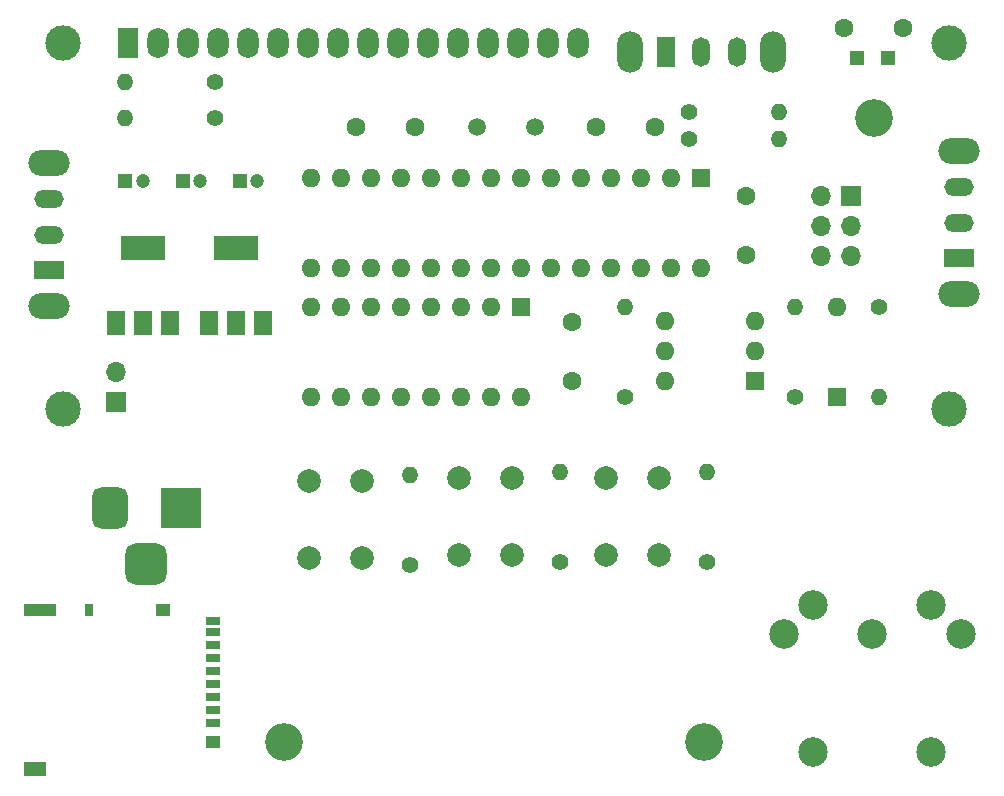
<source format=gbr>
%TF.GenerationSoftware,KiCad,Pcbnew,(6.0.7)*%
%TF.CreationDate,2022-08-13T21:24:58+02:00*%
%TF.ProjectId,SD_interrupter,53445f69-6e74-4657-9272-75707465722e,rev?*%
%TF.SameCoordinates,Original*%
%TF.FileFunction,Soldermask,Top*%
%TF.FilePolarity,Negative*%
%FSLAX46Y46*%
G04 Gerber Fmt 4.6, Leading zero omitted, Abs format (unit mm)*
G04 Created by KiCad (PCBNEW (6.0.7)) date 2022-08-13 21:24:58*
%MOMM*%
%LPD*%
G01*
G04 APERTURE LIST*
G04 Aperture macros list*
%AMRoundRect*
0 Rectangle with rounded corners*
0 $1 Rounding radius*
0 $2 $3 $4 $5 $6 $7 $8 $9 X,Y pos of 4 corners*
0 Add a 4 corners polygon primitive as box body*
4,1,4,$2,$3,$4,$5,$6,$7,$8,$9,$2,$3,0*
0 Add four circle primitives for the rounded corners*
1,1,$1+$1,$2,$3*
1,1,$1+$1,$4,$5*
1,1,$1+$1,$6,$7*
1,1,$1+$1,$8,$9*
0 Add four rect primitives between the rounded corners*
20,1,$1+$1,$2,$3,$4,$5,0*
20,1,$1+$1,$4,$5,$6,$7,0*
20,1,$1+$1,$6,$7,$8,$9,0*
20,1,$1+$1,$8,$9,$2,$3,0*%
G04 Aperture macros list end*
%ADD10C,1.400000*%
%ADD11O,1.400000X1.400000*%
%ADD12R,1.600000X1.600000*%
%ADD13O,1.600000X1.600000*%
%ADD14C,2.500000*%
%ADD15C,2.000000*%
%ADD16C,3.200000*%
%ADD17C,1.600000*%
%ADD18R,1.208000X1.208000*%
%ADD19R,1.500000X2.000000*%
%ADD20R,3.800000X2.000000*%
%ADD21R,1.700000X1.700000*%
%ADD22O,1.700000X1.700000*%
%ADD23R,3.500000X3.500000*%
%ADD24RoundRect,0.750000X-0.750000X-1.000000X0.750000X-1.000000X0.750000X1.000000X-0.750000X1.000000X0*%
%ADD25RoundRect,0.875000X-0.875000X-0.875000X0.875000X-0.875000X0.875000X0.875000X-0.875000X0.875000X0*%
%ADD26O,2.200000X3.500000*%
%ADD27R,1.500000X2.500000*%
%ADD28O,1.500000X2.500000*%
%ADD29C,1.500000*%
%ADD30R,1.200000X1.200000*%
%ADD31C,1.200000*%
%ADD32O,3.500000X2.200000*%
%ADD33R,2.500000X1.500000*%
%ADD34O,2.500000X1.500000*%
%ADD35R,1.200000X0.700000*%
%ADD36R,0.800000X1.000000*%
%ADD37R,1.900000X1.300000*%
%ADD38R,2.800000X1.000000*%
%ADD39R,1.200000X1.000000*%
%ADD40C,3.000000*%
%ADD41R,1.800000X2.600000*%
%ADD42O,1.800000X2.600000*%
G04 APERTURE END LIST*
D10*
%TO.C,R6*%
X95074400Y-50292000D03*
D11*
X95074400Y-57912000D03*
%TD*%
D12*
%TO.C,U2*%
X64755000Y-50302000D03*
D13*
X62215000Y-50302000D03*
X59675000Y-50302000D03*
X57135000Y-50302000D03*
X54595000Y-50302000D03*
X52055000Y-50302000D03*
X49515000Y-50302000D03*
X46975000Y-50302000D03*
X46975000Y-57922000D03*
X49515000Y-57922000D03*
X52055000Y-57922000D03*
X54595000Y-57922000D03*
X57135000Y-57922000D03*
X59675000Y-57922000D03*
X62215000Y-57922000D03*
X64755000Y-57922000D03*
%TD*%
D14*
%TO.C,J3*%
X101988000Y-78026000D03*
X94488000Y-78026000D03*
X86988000Y-78026000D03*
X99488000Y-75526000D03*
X89488000Y-75526000D03*
X89488000Y-88026000D03*
X99488000Y-88026000D03*
%TD*%
D15*
%TO.C,SW3*%
X46772000Y-71576000D03*
X46772000Y-65076000D03*
X51272000Y-65076000D03*
X51272000Y-71576000D03*
%TD*%
D10*
%TO.C,R3*%
X80518000Y-71882000D03*
D11*
X80518000Y-64262000D03*
%TD*%
D16*
%TO.C,U6*%
X94617625Y-34310000D03*
D17*
X92117625Y-26710000D03*
X97117625Y-26710000D03*
D18*
X95817625Y-29210000D03*
X93217625Y-29210000D03*
%TD*%
D16*
%TO.C,REF\u002A\u002A*%
X44704000Y-87122000D03*
%TD*%
D19*
%TO.C,U3*%
X38340000Y-51664000D03*
X40640000Y-51664000D03*
D20*
X40640000Y-45364000D03*
D19*
X42940000Y-51664000D03*
%TD*%
D21*
%TO.C,J5*%
X30455000Y-58400000D03*
D22*
X30455000Y-55860000D03*
%TD*%
D12*
%TO.C,D1*%
X91523600Y-57912000D03*
D13*
X91523600Y-50292000D03*
%TD*%
D10*
%TO.C,R10*%
X78994000Y-33782000D03*
D11*
X86614000Y-33782000D03*
%TD*%
D17*
%TO.C,C4*%
X71120000Y-35052000D03*
X76120000Y-35052000D03*
%TD*%
%TO.C,C10*%
X69088000Y-51562000D03*
X69088000Y-56562000D03*
%TD*%
D10*
%TO.C,R8*%
X78994000Y-36068000D03*
D11*
X86614000Y-36068000D03*
%TD*%
D23*
%TO.C,J4*%
X35972000Y-67368500D03*
D24*
X29972000Y-67368500D03*
D25*
X32972000Y-72068500D03*
%TD*%
D10*
%TO.C,R1*%
X55372000Y-72136000D03*
D11*
X55372000Y-64516000D03*
%TD*%
D21*
%TO.C,J2*%
X92710000Y-40894000D03*
D22*
X90170000Y-40894000D03*
X92710000Y-43434000D03*
X90170000Y-43434000D03*
X92710000Y-45974000D03*
X90170000Y-45974000D03*
%TD*%
D26*
%TO.C,SW1*%
X86060000Y-28702000D03*
X73960000Y-28702000D03*
D27*
X77010000Y-28702000D03*
D28*
X80010000Y-28702000D03*
X83010000Y-28702000D03*
%TD*%
D29*
%TO.C,Y1*%
X61050000Y-35052000D03*
X65930000Y-35052000D03*
%TD*%
D10*
%TO.C,R2*%
X68072000Y-71882000D03*
D11*
X68072000Y-64262000D03*
%TD*%
D12*
%TO.C,U4*%
X80000000Y-39380000D03*
D13*
X77460000Y-39380000D03*
X74920000Y-39380000D03*
X72380000Y-39380000D03*
X69840000Y-39380000D03*
X67300000Y-39380000D03*
X64760000Y-39380000D03*
X62220000Y-39380000D03*
X59680000Y-39380000D03*
X57140000Y-39380000D03*
X54600000Y-39380000D03*
X52060000Y-39380000D03*
X49520000Y-39380000D03*
X46980000Y-39380000D03*
X46980000Y-47000000D03*
X49520000Y-47000000D03*
X52060000Y-47000000D03*
X54600000Y-47000000D03*
X57140000Y-47000000D03*
X59680000Y-47000000D03*
X62220000Y-47000000D03*
X64760000Y-47000000D03*
X67300000Y-47000000D03*
X69840000Y-47000000D03*
X72380000Y-47000000D03*
X74920000Y-47000000D03*
X77460000Y-47000000D03*
X80000000Y-47000000D03*
%TD*%
D30*
%TO.C,C2*%
X36107401Y-39624000D03*
D31*
X37607401Y-39624000D03*
%TD*%
D17*
%TO.C,C7*%
X83820000Y-45934000D03*
X83820000Y-40934000D03*
%TD*%
D10*
%TO.C,R4*%
X38862000Y-34290000D03*
D11*
X31242000Y-34290000D03*
%TD*%
D16*
%TO.C,REF\u002A\u002A*%
X80264000Y-87122000D03*
%TD*%
D10*
%TO.C,R7*%
X87972800Y-57912000D03*
D11*
X87972800Y-50292000D03*
%TD*%
D32*
%TO.C,SW6*%
X101854000Y-37130000D03*
X101854000Y-49230000D03*
D33*
X101854000Y-46180000D03*
D34*
X101854000Y-43180000D03*
X101854000Y-40180000D03*
%TD*%
D15*
%TO.C,SW4*%
X59472000Y-64822000D03*
X59472000Y-71322000D03*
X63972000Y-71322000D03*
X63972000Y-64822000D03*
%TD*%
D35*
%TO.C,J1*%
X38713000Y-85579000D03*
X38713000Y-84479000D03*
X38713000Y-83379000D03*
X38713000Y-82279000D03*
X38713000Y-81179000D03*
X38713000Y-80079000D03*
X38713000Y-78979000D03*
X38713000Y-77879000D03*
X38713000Y-76929000D03*
D36*
X28213000Y-75979000D03*
D37*
X23613000Y-89479000D03*
D38*
X24063000Y-75979000D03*
D39*
X34413000Y-75979000D03*
X38713000Y-87129000D03*
%TD*%
D15*
%TO.C,SW5*%
X71918000Y-71322000D03*
X71918000Y-64822000D03*
X76418000Y-71322000D03*
X76418000Y-64822000D03*
%TD*%
D10*
%TO.C,R5*%
X38862000Y-31242000D03*
D11*
X31242000Y-31242000D03*
%TD*%
D40*
%TO.C,DS1*%
X100995480Y-58940700D03*
X25996900Y-27940000D03*
X25996900Y-58940700D03*
X100996000Y-27940000D03*
D41*
X31496000Y-27940000D03*
D42*
X34036000Y-27940000D03*
X36576000Y-27940000D03*
X39116000Y-27940000D03*
X41656000Y-27940000D03*
X44196000Y-27940000D03*
X46736000Y-27940000D03*
X49276000Y-27940000D03*
X51816000Y-27940000D03*
X54356000Y-27940000D03*
X56896000Y-27940000D03*
X59436000Y-27940000D03*
X61976000Y-27940000D03*
X64516000Y-27940000D03*
X67056000Y-27940000D03*
X69596000Y-27940000D03*
%TD*%
D10*
%TO.C,R9*%
X73571200Y-57912000D03*
D11*
X73571200Y-50292000D03*
%TD*%
D17*
%TO.C,C5*%
X55800000Y-35052000D03*
X50800000Y-35052000D03*
%TD*%
D32*
%TO.C,SW2*%
X24765000Y-38146000D03*
X24765000Y-50246000D03*
D33*
X24765000Y-47196000D03*
D34*
X24765000Y-44196000D03*
X24765000Y-41196000D03*
%TD*%
D19*
%TO.C,U1*%
X30466000Y-51664000D03*
D20*
X32766000Y-45364000D03*
D19*
X32766000Y-51664000D03*
X35066000Y-51664000D03*
%TD*%
D30*
%TO.C,C3*%
X40933401Y-39624000D03*
D31*
X42433401Y-39624000D03*
%TD*%
D30*
%TO.C,C1*%
X31242000Y-39624000D03*
D31*
X32742000Y-39624000D03*
%TD*%
D12*
%TO.C,U5*%
X84572000Y-56627000D03*
D13*
X84572000Y-54087000D03*
X84572000Y-51547000D03*
X76952000Y-51547000D03*
X76952000Y-54087000D03*
X76952000Y-56627000D03*
%TD*%
M02*

</source>
